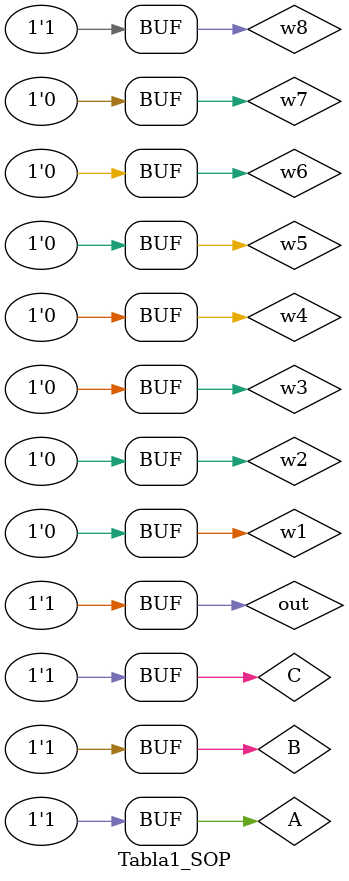
<source format=v>
module Tabla1_SOP();
	reg A, B, C;
	wire w1, w2, w3, w4, w5, w6, w7, w8, out;

	not N1(w1, A);
	not N3(w2, B);
	not N4(w3, C);
	and A1(w4, w1, w2, w3);
	and A2(w5, w1, B, w3);
	and A3(w6, A, w2, w3);
	and A4(w7, A, w2, C);
	and A5(w8, A, B, C);
	or (out, w4, w5, w6, w7, w8);

	initial begin
		$display("A B C | Y");
		$display("---------");
		$monitor("%b %b %b | %b", A, B, C, out);
		A=0; B=0; C=0;
		#1 C=1;
		#1 B=1; C=0;
		#1 C=1;
		#1 A=1; B=0; C=0;
		#1 B=0; C=1;
		#1 B=1; C=0;
		#1 C=1;
		# $finish;
	end
	initial 
		begin
			$dumpfile("Tabla1_SOP_tb.v");
			$dumpvars(0, ejemplo);
		end 

endmodule

</source>
